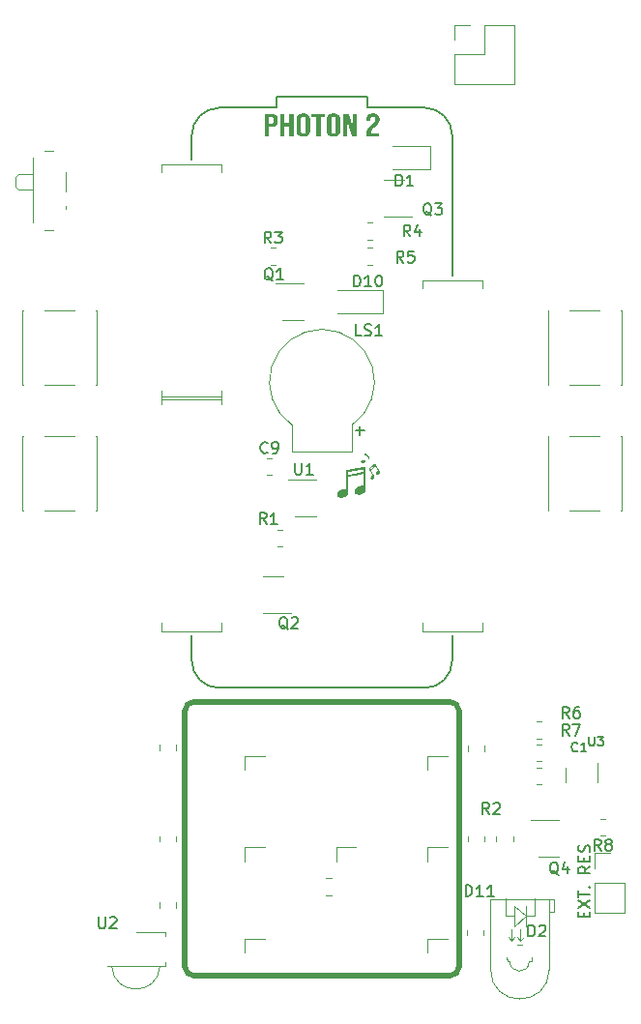
<source format=gto>
G04 #@! TF.GenerationSoftware,KiCad,Pcbnew,7.0.7*
G04 #@! TF.CreationDate,2023-08-28T20:08:12-05:00*
G04 #@! TF.ProjectId,particle-bamf23-badge,70617274-6963-46c6-952d-62616d663233,v0.1*
G04 #@! TF.SameCoordinates,Original*
G04 #@! TF.FileFunction,Legend,Top*
G04 #@! TF.FilePolarity,Positive*
%FSLAX46Y46*%
G04 Gerber Fmt 4.6, Leading zero omitted, Abs format (unit mm)*
G04 Created by KiCad (PCBNEW 7.0.7) date 2023-08-28 20:08:12*
%MOMM*%
%LPD*%
G01*
G04 APERTURE LIST*
%ADD10C,0.150000*%
%ADD11C,0.500000*%
%ADD12C,0.120000*%
%ADD13C,0.100000*%
G04 APERTURE END LIST*
D10*
X115600000Y-106400000D02*
G75*
G03*
X118000000Y-108800000I2400000J0D01*
G01*
X123000000Y-57000000D02*
X131000000Y-57000000D01*
X136000000Y-108800000D02*
G75*
G03*
X138400000Y-106400000I0J2400000D01*
G01*
X115600000Y-60400000D02*
X115600000Y-62500000D01*
X118000000Y-58000000D02*
X123000000Y-58000000D01*
D11*
X138200000Y-134000000D02*
X115800000Y-134000000D01*
X115000000Y-133200000D02*
G75*
G03*
X115800000Y-134000000I800000J0D01*
G01*
D10*
X131000000Y-57000000D02*
X131000000Y-58000000D01*
X138400000Y-60400000D02*
X138400000Y-72700000D01*
X131000000Y-58000000D02*
X136000000Y-58000000D01*
X118000000Y-108800000D02*
X136000000Y-108800000D01*
X118000000Y-58000000D02*
G75*
G03*
X115600000Y-60400000I0J-2400000D01*
G01*
D11*
X139000000Y-110800000D02*
X139000000Y-133200000D01*
X139000000Y-110800000D02*
G75*
G03*
X138200000Y-110000000I-800000J0D01*
G01*
D10*
X138400000Y-60400000D02*
G75*
G03*
X136000000Y-58000000I-2400000J0D01*
G01*
X123000000Y-58000000D02*
X123000000Y-57000000D01*
X138400000Y-106400000D02*
X138400000Y-104200000D01*
D11*
X115800000Y-110000000D02*
G75*
G03*
X115000000Y-110800000I0J-800000D01*
G01*
X115000000Y-133200000D02*
X115000000Y-110800000D01*
X115800000Y-110000000D02*
X138200000Y-110000000D01*
D10*
X115600000Y-104200000D02*
X115600000Y-106400000D01*
D11*
X138200000Y-134000000D02*
G75*
G03*
X139000000Y-133200000I0J800000D01*
G01*
D10*
G36*
X122589336Y-58530904D02*
G01*
X122623742Y-58532341D01*
X122657018Y-58534736D01*
X122689163Y-58538088D01*
X122720178Y-58542399D01*
X122750062Y-58547667D01*
X122778815Y-58553893D01*
X122806438Y-58561078D01*
X122832930Y-58569220D01*
X122858292Y-58578320D01*
X122882523Y-58588378D01*
X122905623Y-58599393D01*
X122927593Y-58611367D01*
X122948433Y-58624298D01*
X122968141Y-58638188D01*
X122986720Y-58653035D01*
X123004170Y-58668808D01*
X123020494Y-58685474D01*
X123035692Y-58703032D01*
X123049765Y-58721484D01*
X123062712Y-58740829D01*
X123074533Y-58761067D01*
X123085228Y-58782198D01*
X123094797Y-58804221D01*
X123103241Y-58827138D01*
X123110558Y-58850948D01*
X123116750Y-58875651D01*
X123121816Y-58901247D01*
X123125757Y-58927736D01*
X123128571Y-58955118D01*
X123130260Y-58983393D01*
X123130823Y-59012561D01*
X123130823Y-59205024D01*
X123130260Y-59234192D01*
X123128571Y-59262467D01*
X123125757Y-59289849D01*
X123121816Y-59316338D01*
X123116750Y-59341933D01*
X123110558Y-59366636D01*
X123103241Y-59390446D01*
X123094797Y-59413363D01*
X123085228Y-59435387D01*
X123074533Y-59456518D01*
X123062712Y-59476756D01*
X123049765Y-59496100D01*
X123035692Y-59514552D01*
X123020494Y-59532111D01*
X123004170Y-59548777D01*
X122986720Y-59564549D01*
X122968141Y-59579397D01*
X122948433Y-59593286D01*
X122927593Y-59606218D01*
X122905623Y-59618191D01*
X122882523Y-59629207D01*
X122858292Y-59639265D01*
X122832930Y-59648365D01*
X122806438Y-59656507D01*
X122778815Y-59663691D01*
X122750062Y-59669917D01*
X122720178Y-59675186D01*
X122689163Y-59679496D01*
X122657018Y-59682849D01*
X122623742Y-59685244D01*
X122589336Y-59686680D01*
X122553799Y-59687159D01*
X122371228Y-59687159D01*
X122371228Y-60500000D01*
X121984103Y-60500000D01*
X121984103Y-58811793D01*
X122371228Y-58811793D01*
X122371228Y-59405792D01*
X122553799Y-59405792D01*
X122582389Y-59404778D01*
X122608623Y-59401737D01*
X122632501Y-59396668D01*
X122658047Y-59387910D01*
X122680200Y-59376232D01*
X122696071Y-59364270D01*
X122712257Y-59346673D01*
X122723187Y-59328913D01*
X122731791Y-59308339D01*
X122738070Y-59284950D01*
X122741419Y-59264212D01*
X122743279Y-59241673D01*
X122743698Y-59223586D01*
X122743698Y-58993998D01*
X122742954Y-58970108D01*
X122740721Y-58948019D01*
X122737000Y-58927732D01*
X122730256Y-58904906D01*
X122721187Y-58884894D01*
X122707233Y-58864595D01*
X122696071Y-58853314D01*
X122676744Y-58839203D01*
X122654025Y-58828012D01*
X122627914Y-58819740D01*
X122603564Y-58815077D01*
X122576859Y-58812442D01*
X122553799Y-58811793D01*
X122371228Y-58811793D01*
X121984103Y-58811793D01*
X121984103Y-58530425D01*
X122553799Y-58530425D01*
X122589336Y-58530904D01*
G37*
G36*
X123334766Y-58530425D02*
G01*
X123721891Y-58530425D01*
X123721891Y-59343265D01*
X124136493Y-59343265D01*
X124136493Y-58530425D01*
X124523618Y-58530425D01*
X124523618Y-60500000D01*
X124136493Y-60500000D01*
X124136493Y-59624633D01*
X123721891Y-59624633D01*
X123721891Y-60500000D01*
X123334766Y-60500000D01*
X123334766Y-58530425D01*
G37*
G36*
X125397101Y-58499670D02*
G01*
X125431171Y-58501192D01*
X125464191Y-58503730D01*
X125496162Y-58507283D01*
X125527084Y-58511851D01*
X125556956Y-58517435D01*
X125585778Y-58524033D01*
X125613551Y-58531646D01*
X125640275Y-58540275D01*
X125665949Y-58549919D01*
X125690574Y-58560578D01*
X125714149Y-58572252D01*
X125736675Y-58584941D01*
X125758151Y-58598645D01*
X125778578Y-58613365D01*
X125797955Y-58629099D01*
X125816292Y-58645759D01*
X125833446Y-58663255D01*
X125849418Y-58681587D01*
X125864206Y-58700754D01*
X125877811Y-58720757D01*
X125890233Y-58741596D01*
X125901472Y-58763271D01*
X125911528Y-58785781D01*
X125920401Y-58809127D01*
X125928090Y-58833309D01*
X125934597Y-58858327D01*
X125939921Y-58884180D01*
X125944062Y-58910870D01*
X125947019Y-58938395D01*
X125948794Y-58966755D01*
X125949385Y-58995952D01*
X125949385Y-60034473D01*
X125948794Y-60063669D01*
X125947019Y-60092030D01*
X125944062Y-60119555D01*
X125939921Y-60146244D01*
X125934597Y-60172098D01*
X125928090Y-60197115D01*
X125920401Y-60221297D01*
X125911528Y-60244644D01*
X125901472Y-60267154D01*
X125890233Y-60288829D01*
X125877811Y-60309668D01*
X125864206Y-60329671D01*
X125849418Y-60348838D01*
X125833446Y-60367170D01*
X125816292Y-60384665D01*
X125797955Y-60401325D01*
X125778578Y-60417060D01*
X125758151Y-60431779D01*
X125736675Y-60445484D01*
X125714149Y-60458173D01*
X125690574Y-60469847D01*
X125665949Y-60480506D01*
X125640275Y-60490150D01*
X125613551Y-60498778D01*
X125585778Y-60506392D01*
X125556956Y-60512990D01*
X125527084Y-60518573D01*
X125496162Y-60523142D01*
X125464191Y-60526694D01*
X125431171Y-60529232D01*
X125397101Y-60530755D01*
X125361981Y-60531263D01*
X125326860Y-60530755D01*
X125292782Y-60529232D01*
X125259750Y-60526694D01*
X125227762Y-60523142D01*
X125196819Y-60518573D01*
X125166921Y-60512990D01*
X125138067Y-60506392D01*
X125110259Y-60498778D01*
X125083494Y-60490150D01*
X125057775Y-60480506D01*
X125033100Y-60469847D01*
X125009470Y-60458173D01*
X124986885Y-60445484D01*
X124965344Y-60431779D01*
X124944848Y-60417060D01*
X124925397Y-60401325D01*
X124907134Y-60384665D01*
X124890049Y-60367170D01*
X124874142Y-60348838D01*
X124859414Y-60329671D01*
X124845863Y-60309668D01*
X124833491Y-60288829D01*
X124822298Y-60267154D01*
X124812282Y-60244644D01*
X124803445Y-60221297D01*
X124795786Y-60197115D01*
X124789306Y-60172098D01*
X124784004Y-60146244D01*
X124779880Y-60119555D01*
X124776934Y-60092030D01*
X124775166Y-60063669D01*
X124774991Y-60054989D01*
X125161702Y-60054989D01*
X125162485Y-60078591D01*
X125164832Y-60100670D01*
X125168743Y-60121227D01*
X125177545Y-60149206D01*
X125189866Y-60173760D01*
X125205709Y-60194887D01*
X125225072Y-60212589D01*
X125247955Y-60226864D01*
X125274359Y-60237713D01*
X125304284Y-60245136D01*
X125337729Y-60249133D01*
X125361981Y-60249895D01*
X125397773Y-60248182D01*
X125430045Y-60243043D01*
X125458796Y-60234477D01*
X125484026Y-60222486D01*
X125505736Y-60207069D01*
X125523926Y-60188225D01*
X125538595Y-60165956D01*
X125549743Y-60140260D01*
X125557371Y-60111139D01*
X125560500Y-60089821D01*
X125562065Y-60066980D01*
X125562260Y-60054989D01*
X125562260Y-58975436D01*
X125561478Y-58951834D01*
X125559131Y-58929755D01*
X125555219Y-58909198D01*
X125546418Y-58881218D01*
X125534096Y-58856665D01*
X125518254Y-58835537D01*
X125498891Y-58817836D01*
X125476007Y-58803561D01*
X125449603Y-58792711D01*
X125419679Y-58785288D01*
X125386234Y-58781291D01*
X125361981Y-58780530D01*
X125326189Y-58782243D01*
X125293918Y-58787382D01*
X125265167Y-58795947D01*
X125239936Y-58807938D01*
X125218226Y-58823356D01*
X125200037Y-58842199D01*
X125185368Y-58864469D01*
X125174220Y-58890164D01*
X125166592Y-58919286D01*
X125163462Y-58940604D01*
X125161898Y-58963444D01*
X125161702Y-58975436D01*
X125161702Y-60054989D01*
X124774991Y-60054989D01*
X124774577Y-60034473D01*
X124774577Y-58995952D01*
X124775166Y-58966755D01*
X124776934Y-58938395D01*
X124779880Y-58910870D01*
X124784004Y-58884180D01*
X124789306Y-58858327D01*
X124795786Y-58833309D01*
X124803445Y-58809127D01*
X124812282Y-58785781D01*
X124822298Y-58763271D01*
X124833491Y-58741596D01*
X124845863Y-58720757D01*
X124859414Y-58700754D01*
X124874142Y-58681587D01*
X124890049Y-58663255D01*
X124907134Y-58645759D01*
X124925397Y-58629099D01*
X124944848Y-58613365D01*
X124965344Y-58598645D01*
X124986885Y-58584941D01*
X125009470Y-58572252D01*
X125033100Y-58560578D01*
X125057775Y-58549919D01*
X125083494Y-58540275D01*
X125110259Y-58531646D01*
X125138067Y-58524033D01*
X125166921Y-58517435D01*
X125196819Y-58511851D01*
X125227762Y-58507283D01*
X125259750Y-58503730D01*
X125292782Y-58501192D01*
X125326860Y-58499670D01*
X125361981Y-58499162D01*
X125397101Y-58499670D01*
G37*
G36*
X126490383Y-58811793D02*
G01*
X126085551Y-58811793D01*
X126085551Y-58530425D01*
X127281730Y-58530425D01*
X127281730Y-58811793D01*
X126876898Y-58811793D01*
X126876898Y-60500000D01*
X126490383Y-60500000D01*
X126490383Y-58811793D01*
G37*
G36*
X128039808Y-58499670D02*
G01*
X128073878Y-58501192D01*
X128106899Y-58503730D01*
X128138870Y-58507283D01*
X128169791Y-58511851D01*
X128199663Y-58517435D01*
X128228486Y-58524033D01*
X128256259Y-58531646D01*
X128282983Y-58540275D01*
X128308657Y-58549919D01*
X128333281Y-58560578D01*
X128356857Y-58572252D01*
X128379382Y-58584941D01*
X128400858Y-58598645D01*
X128421285Y-58613365D01*
X128440662Y-58629099D01*
X128459000Y-58645759D01*
X128476154Y-58663255D01*
X128492125Y-58681587D01*
X128506913Y-58700754D01*
X128520518Y-58720757D01*
X128532940Y-58741596D01*
X128544179Y-58763271D01*
X128554235Y-58785781D01*
X128563108Y-58809127D01*
X128570798Y-58833309D01*
X128577305Y-58858327D01*
X128582629Y-58884180D01*
X128586769Y-58910870D01*
X128589727Y-58938395D01*
X128591501Y-58966755D01*
X128592093Y-58995952D01*
X128592093Y-60034473D01*
X128591501Y-60063669D01*
X128589727Y-60092030D01*
X128586769Y-60119555D01*
X128582629Y-60146244D01*
X128577305Y-60172098D01*
X128570798Y-60197115D01*
X128563108Y-60221297D01*
X128554235Y-60244644D01*
X128544179Y-60267154D01*
X128532940Y-60288829D01*
X128520518Y-60309668D01*
X128506913Y-60329671D01*
X128492125Y-60348838D01*
X128476154Y-60367170D01*
X128459000Y-60384665D01*
X128440662Y-60401325D01*
X128421285Y-60417060D01*
X128400858Y-60431779D01*
X128379382Y-60445484D01*
X128356857Y-60458173D01*
X128333281Y-60469847D01*
X128308657Y-60480506D01*
X128282983Y-60490150D01*
X128256259Y-60498778D01*
X128228486Y-60506392D01*
X128199663Y-60512990D01*
X128169791Y-60518573D01*
X128138870Y-60523142D01*
X128106899Y-60526694D01*
X128073878Y-60529232D01*
X128039808Y-60530755D01*
X128004689Y-60531263D01*
X127969567Y-60530755D01*
X127935490Y-60529232D01*
X127902458Y-60526694D01*
X127870470Y-60523142D01*
X127839527Y-60518573D01*
X127809629Y-60512990D01*
X127780775Y-60506392D01*
X127752966Y-60498778D01*
X127726202Y-60490150D01*
X127700483Y-60480506D01*
X127675808Y-60469847D01*
X127652178Y-60458173D01*
X127629593Y-60445484D01*
X127608052Y-60431779D01*
X127587556Y-60417060D01*
X127568105Y-60401325D01*
X127549842Y-60384665D01*
X127532756Y-60367170D01*
X127516850Y-60348838D01*
X127502121Y-60329671D01*
X127488571Y-60309668D01*
X127476199Y-60288829D01*
X127465005Y-60267154D01*
X127454990Y-60244644D01*
X127446153Y-60221297D01*
X127438494Y-60197115D01*
X127432013Y-60172098D01*
X127426711Y-60146244D01*
X127422587Y-60119555D01*
X127419641Y-60092030D01*
X127417874Y-60063669D01*
X127417699Y-60054989D01*
X127804410Y-60054989D01*
X127805192Y-60078591D01*
X127807539Y-60100670D01*
X127811451Y-60121227D01*
X127820252Y-60149206D01*
X127832574Y-60173760D01*
X127848416Y-60194887D01*
X127867779Y-60212589D01*
X127890663Y-60226864D01*
X127917067Y-60237713D01*
X127946991Y-60245136D01*
X127980436Y-60249133D01*
X128004689Y-60249895D01*
X128040481Y-60248182D01*
X128072753Y-60243043D01*
X128101504Y-60234477D01*
X128126734Y-60222486D01*
X128148444Y-60207069D01*
X128166633Y-60188225D01*
X128181302Y-60165956D01*
X128192451Y-60140260D01*
X128200078Y-60111139D01*
X128203208Y-60089821D01*
X128204773Y-60066980D01*
X128204968Y-60054989D01*
X128204968Y-58975436D01*
X128204186Y-58951834D01*
X128201839Y-58929755D01*
X128197927Y-58909198D01*
X128189126Y-58881218D01*
X128176804Y-58856665D01*
X128160961Y-58835537D01*
X128141599Y-58817836D01*
X128118715Y-58803561D01*
X128092311Y-58792711D01*
X128062387Y-58785288D01*
X128028942Y-58781291D01*
X128004689Y-58780530D01*
X127968897Y-58782243D01*
X127936625Y-58787382D01*
X127907874Y-58795947D01*
X127882644Y-58807938D01*
X127860934Y-58823356D01*
X127842745Y-58842199D01*
X127828076Y-58864469D01*
X127816927Y-58890164D01*
X127809299Y-58919286D01*
X127806170Y-58940604D01*
X127804605Y-58963444D01*
X127804410Y-58975436D01*
X127804410Y-60054989D01*
X127417699Y-60054989D01*
X127417285Y-60034473D01*
X127417285Y-58995952D01*
X127417874Y-58966755D01*
X127419641Y-58938395D01*
X127422587Y-58910870D01*
X127426711Y-58884180D01*
X127432013Y-58858327D01*
X127438494Y-58833309D01*
X127446153Y-58809127D01*
X127454990Y-58785781D01*
X127465005Y-58763271D01*
X127476199Y-58741596D01*
X127488571Y-58720757D01*
X127502121Y-58700754D01*
X127516850Y-58681587D01*
X127532756Y-58663255D01*
X127549842Y-58645759D01*
X127568105Y-58629099D01*
X127587556Y-58613365D01*
X127608052Y-58598645D01*
X127629593Y-58584941D01*
X127652178Y-58572252D01*
X127675808Y-58560578D01*
X127700483Y-58549919D01*
X127726202Y-58540275D01*
X127752966Y-58531646D01*
X127780775Y-58524033D01*
X127809629Y-58517435D01*
X127839527Y-58511851D01*
X127870470Y-58507283D01*
X127902458Y-58503730D01*
X127935490Y-58501192D01*
X127969567Y-58499670D01*
X128004689Y-58499162D01*
X128039808Y-58499670D01*
G37*
G36*
X128844884Y-58530425D02*
G01*
X129330317Y-58530425D01*
X129706451Y-59720376D01*
X129713778Y-59720376D01*
X129713778Y-58530425D01*
X130058161Y-58530425D01*
X130058161Y-60500000D01*
X129660655Y-60500000D01*
X129196594Y-59082414D01*
X129189877Y-59082414D01*
X129189877Y-60500000D01*
X128844884Y-60500000D01*
X128844884Y-58530425D01*
G37*
G36*
X130892250Y-60285554D02*
G01*
X130892579Y-60259411D01*
X130893567Y-60233737D01*
X130895212Y-60208532D01*
X130897517Y-60183797D01*
X130900479Y-60159531D01*
X130904100Y-60135734D01*
X130908379Y-60112407D01*
X130913316Y-60089549D01*
X130918912Y-60067161D01*
X130925166Y-60045242D01*
X130932078Y-60023793D01*
X130939648Y-60002813D01*
X130947877Y-59982302D01*
X130956764Y-59962261D01*
X130966310Y-59942689D01*
X130976514Y-59923586D01*
X130987569Y-59904593D01*
X130999669Y-59885347D01*
X131012814Y-59865850D01*
X131027003Y-59846100D01*
X131042238Y-59826099D01*
X131058516Y-59805846D01*
X131075840Y-59785341D01*
X131094208Y-59764584D01*
X131113621Y-59743576D01*
X131134079Y-59722315D01*
X131155581Y-59700803D01*
X131178129Y-59679038D01*
X131201720Y-59657022D01*
X131226357Y-59634754D01*
X131252038Y-59612234D01*
X131278764Y-59589462D01*
X131305113Y-59566774D01*
X131330427Y-59544506D01*
X131354706Y-59522658D01*
X131377950Y-59501229D01*
X131400158Y-59480221D01*
X131421332Y-59459632D01*
X131441470Y-59439463D01*
X131460573Y-59419713D01*
X131478640Y-59400384D01*
X131495673Y-59381474D01*
X131511670Y-59362984D01*
X131526633Y-59344914D01*
X131540560Y-59327264D01*
X131553452Y-59310033D01*
X131570849Y-59284974D01*
X131576130Y-59276831D01*
X131590861Y-59252374D01*
X131604144Y-59227727D01*
X131615977Y-59202892D01*
X131626362Y-59177867D01*
X131635297Y-59152654D01*
X131642784Y-59127252D01*
X131648821Y-59101661D01*
X131653410Y-59075881D01*
X131656549Y-59049912D01*
X131658240Y-59023754D01*
X131658562Y-59006210D01*
X131658111Y-58983079D01*
X131656759Y-58961313D01*
X131654505Y-58940913D01*
X131650097Y-58915836D01*
X131644086Y-58893186D01*
X131636473Y-58872964D01*
X131624702Y-58851099D01*
X131610427Y-58833026D01*
X131607271Y-58829867D01*
X131590271Y-58815654D01*
X131566800Y-58801778D01*
X131544684Y-58792864D01*
X131520242Y-58786360D01*
X131493474Y-58782264D01*
X131464381Y-58780578D01*
X131458283Y-58780530D01*
X131422491Y-58782243D01*
X131390219Y-58787382D01*
X131361468Y-58795947D01*
X131336238Y-58807938D01*
X131314528Y-58823356D01*
X131296338Y-58842199D01*
X131281669Y-58864469D01*
X131270521Y-58890164D01*
X131262893Y-58919286D01*
X131259764Y-58940604D01*
X131258199Y-58963444D01*
X131258004Y-58975436D01*
X131258004Y-59186950D01*
X130892250Y-59186950D01*
X130892250Y-58995464D01*
X130892825Y-58965920D01*
X130894549Y-58937250D01*
X130897423Y-58909454D01*
X130901447Y-58882532D01*
X130906621Y-58856484D01*
X130912944Y-58831309D01*
X130920417Y-58807009D01*
X130929039Y-58783583D01*
X130938811Y-58761030D01*
X130949733Y-58739352D01*
X130961804Y-58718548D01*
X130975025Y-58698617D01*
X130989396Y-58679560D01*
X131004917Y-58661378D01*
X131021587Y-58644069D01*
X131039406Y-58627634D01*
X131058400Y-58612077D01*
X131078437Y-58597523D01*
X131099520Y-58583974D01*
X131121647Y-58571427D01*
X131144820Y-58559885D01*
X131169036Y-58549346D01*
X131194298Y-58539811D01*
X131220604Y-58531280D01*
X131247955Y-58523752D01*
X131276351Y-58517228D01*
X131305791Y-58511708D01*
X131336276Y-58507192D01*
X131367806Y-58503679D01*
X131400380Y-58501169D01*
X131433999Y-58499664D01*
X131468663Y-58499162D01*
X131503327Y-58499664D01*
X131536946Y-58501169D01*
X131569521Y-58503679D01*
X131601050Y-58507192D01*
X131631535Y-58511708D01*
X131660976Y-58517228D01*
X131689371Y-58523752D01*
X131716722Y-58531280D01*
X131743028Y-58539811D01*
X131768290Y-58549346D01*
X131792507Y-58559885D01*
X131815679Y-58571427D01*
X131837806Y-58583974D01*
X131858889Y-58597523D01*
X131878927Y-58612077D01*
X131897920Y-58627634D01*
X131915814Y-58644069D01*
X131932553Y-58661378D01*
X131948138Y-58679560D01*
X131962568Y-58698617D01*
X131975844Y-58718548D01*
X131987965Y-58739352D01*
X131998932Y-58761030D01*
X132008745Y-58783583D01*
X132017403Y-58807009D01*
X132024907Y-58831309D01*
X132031257Y-58856484D01*
X132036451Y-58882532D01*
X132040492Y-58909454D01*
X132043378Y-58937250D01*
X132045110Y-58965920D01*
X132045687Y-58995464D01*
X132045267Y-59017963D01*
X132044008Y-59040397D01*
X132041909Y-59062766D01*
X132038970Y-59085070D01*
X132035192Y-59107310D01*
X132030574Y-59129484D01*
X132025117Y-59151594D01*
X132018820Y-59173639D01*
X132011684Y-59195619D01*
X132003708Y-59217534D01*
X131994892Y-59239384D01*
X131985237Y-59261169D01*
X131974742Y-59282890D01*
X131963408Y-59304545D01*
X131951234Y-59326136D01*
X131938220Y-59347662D01*
X131924250Y-59369354D01*
X131909054Y-59391442D01*
X131892632Y-59413928D01*
X131874984Y-59436810D01*
X131856110Y-59460090D01*
X131836010Y-59483766D01*
X131814684Y-59507839D01*
X131792132Y-59532309D01*
X131768354Y-59557176D01*
X131743350Y-59582440D01*
X131717121Y-59608101D01*
X131689665Y-59634159D01*
X131660983Y-59660613D01*
X131631075Y-59687465D01*
X131599941Y-59714713D01*
X131567581Y-59742358D01*
X131546423Y-59760463D01*
X131526146Y-59778140D01*
X131506752Y-59795389D01*
X131488241Y-59812212D01*
X131470612Y-59828606D01*
X131453865Y-59844574D01*
X131438002Y-59860114D01*
X131415861Y-59882622D01*
X131395705Y-59904169D01*
X131377535Y-59924754D01*
X131361351Y-59944378D01*
X131347153Y-59963039D01*
X131334940Y-59980739D01*
X131320915Y-60003774D01*
X131308760Y-60027206D01*
X131298475Y-60051035D01*
X131290061Y-60075261D01*
X131283516Y-60099884D01*
X131278841Y-60124904D01*
X131276036Y-60150320D01*
X131275101Y-60176133D01*
X131275101Y-60218632D01*
X132010272Y-60218632D01*
X132010272Y-60500000D01*
X130892250Y-60500000D01*
X130892250Y-60285554D01*
G37*
X149946009Y-128863220D02*
X149946009Y-128529887D01*
X150469819Y-128387030D02*
X150469819Y-128863220D01*
X150469819Y-128863220D02*
X149469819Y-128863220D01*
X149469819Y-128863220D02*
X149469819Y-128387030D01*
X149469819Y-128053696D02*
X150469819Y-127387030D01*
X149469819Y-127387030D02*
X150469819Y-128053696D01*
X149469819Y-127148934D02*
X149469819Y-126577506D01*
X150469819Y-126863220D02*
X149469819Y-126863220D01*
X150374580Y-126244172D02*
X150422200Y-126196553D01*
X150422200Y-126196553D02*
X150469819Y-126244172D01*
X150469819Y-126244172D02*
X150422200Y-126291791D01*
X150422200Y-126291791D02*
X150374580Y-126244172D01*
X150374580Y-126244172D02*
X150469819Y-126244172D01*
X150469819Y-124434649D02*
X149993628Y-124767982D01*
X150469819Y-125006077D02*
X149469819Y-125006077D01*
X149469819Y-125006077D02*
X149469819Y-124625125D01*
X149469819Y-124625125D02*
X149517438Y-124529887D01*
X149517438Y-124529887D02*
X149565057Y-124482268D01*
X149565057Y-124482268D02*
X149660295Y-124434649D01*
X149660295Y-124434649D02*
X149803152Y-124434649D01*
X149803152Y-124434649D02*
X149898390Y-124482268D01*
X149898390Y-124482268D02*
X149946009Y-124529887D01*
X149946009Y-124529887D02*
X149993628Y-124625125D01*
X149993628Y-124625125D02*
X149993628Y-125006077D01*
X149946009Y-124006077D02*
X149946009Y-123672744D01*
X150469819Y-123529887D02*
X150469819Y-124006077D01*
X150469819Y-124006077D02*
X149469819Y-124006077D01*
X149469819Y-124006077D02*
X149469819Y-123529887D01*
X150422200Y-123148934D02*
X150469819Y-123006077D01*
X150469819Y-123006077D02*
X150469819Y-122767982D01*
X150469819Y-122767982D02*
X150422200Y-122672744D01*
X150422200Y-122672744D02*
X150374580Y-122625125D01*
X150374580Y-122625125D02*
X150279342Y-122577506D01*
X150279342Y-122577506D02*
X150184104Y-122577506D01*
X150184104Y-122577506D02*
X150088866Y-122625125D01*
X150088866Y-122625125D02*
X150041247Y-122672744D01*
X150041247Y-122672744D02*
X149993628Y-122767982D01*
X149993628Y-122767982D02*
X149946009Y-122958458D01*
X149946009Y-122958458D02*
X149898390Y-123053696D01*
X149898390Y-123053696D02*
X149850771Y-123101315D01*
X149850771Y-123101315D02*
X149755533Y-123148934D01*
X149755533Y-123148934D02*
X149660295Y-123148934D01*
X149660295Y-123148934D02*
X149565057Y-123101315D01*
X149565057Y-123101315D02*
X149517438Y-123053696D01*
X149517438Y-123053696D02*
X149469819Y-122958458D01*
X149469819Y-122958458D02*
X149469819Y-122720363D01*
X149469819Y-122720363D02*
X149517438Y-122577506D01*
X136604761Y-67450057D02*
X136509523Y-67402438D01*
X136509523Y-67402438D02*
X136414285Y-67307200D01*
X136414285Y-67307200D02*
X136271428Y-67164342D01*
X136271428Y-67164342D02*
X136176190Y-67116723D01*
X136176190Y-67116723D02*
X136080952Y-67116723D01*
X136128571Y-67354819D02*
X136033333Y-67307200D01*
X136033333Y-67307200D02*
X135938095Y-67211961D01*
X135938095Y-67211961D02*
X135890476Y-67021485D01*
X135890476Y-67021485D02*
X135890476Y-66688152D01*
X135890476Y-66688152D02*
X135938095Y-66497676D01*
X135938095Y-66497676D02*
X136033333Y-66402438D01*
X136033333Y-66402438D02*
X136128571Y-66354819D01*
X136128571Y-66354819D02*
X136319047Y-66354819D01*
X136319047Y-66354819D02*
X136414285Y-66402438D01*
X136414285Y-66402438D02*
X136509523Y-66497676D01*
X136509523Y-66497676D02*
X136557142Y-66688152D01*
X136557142Y-66688152D02*
X136557142Y-67021485D01*
X136557142Y-67021485D02*
X136509523Y-67211961D01*
X136509523Y-67211961D02*
X136414285Y-67307200D01*
X136414285Y-67307200D02*
X136319047Y-67354819D01*
X136319047Y-67354819D02*
X136128571Y-67354819D01*
X136890476Y-66354819D02*
X137509523Y-66354819D01*
X137509523Y-66354819D02*
X137176190Y-66735771D01*
X137176190Y-66735771D02*
X137319047Y-66735771D01*
X137319047Y-66735771D02*
X137414285Y-66783390D01*
X137414285Y-66783390D02*
X137461904Y-66831009D01*
X137461904Y-66831009D02*
X137509523Y-66926247D01*
X137509523Y-66926247D02*
X137509523Y-67164342D01*
X137509523Y-67164342D02*
X137461904Y-67259580D01*
X137461904Y-67259580D02*
X137414285Y-67307200D01*
X137414285Y-67307200D02*
X137319047Y-67354819D01*
X137319047Y-67354819D02*
X137033333Y-67354819D01*
X137033333Y-67354819D02*
X136938095Y-67307200D01*
X136938095Y-67307200D02*
X136890476Y-67259580D01*
X145061905Y-130554819D02*
X145061905Y-129554819D01*
X145061905Y-129554819D02*
X145300000Y-129554819D01*
X145300000Y-129554819D02*
X145442857Y-129602438D01*
X145442857Y-129602438D02*
X145538095Y-129697676D01*
X145538095Y-129697676D02*
X145585714Y-129792914D01*
X145585714Y-129792914D02*
X145633333Y-129983390D01*
X145633333Y-129983390D02*
X145633333Y-130126247D01*
X145633333Y-130126247D02*
X145585714Y-130316723D01*
X145585714Y-130316723D02*
X145538095Y-130411961D01*
X145538095Y-130411961D02*
X145442857Y-130507200D01*
X145442857Y-130507200D02*
X145300000Y-130554819D01*
X145300000Y-130554819D02*
X145061905Y-130554819D01*
X146014286Y-129650057D02*
X146061905Y-129602438D01*
X146061905Y-129602438D02*
X146157143Y-129554819D01*
X146157143Y-129554819D02*
X146395238Y-129554819D01*
X146395238Y-129554819D02*
X146490476Y-129602438D01*
X146490476Y-129602438D02*
X146538095Y-129650057D01*
X146538095Y-129650057D02*
X146585714Y-129745295D01*
X146585714Y-129745295D02*
X146585714Y-129840533D01*
X146585714Y-129840533D02*
X146538095Y-129983390D01*
X146538095Y-129983390D02*
X145966667Y-130554819D01*
X145966667Y-130554819D02*
X146585714Y-130554819D01*
X149366667Y-114286104D02*
X149328571Y-114324200D01*
X149328571Y-114324200D02*
X149214286Y-114362295D01*
X149214286Y-114362295D02*
X149138095Y-114362295D01*
X149138095Y-114362295D02*
X149023809Y-114324200D01*
X149023809Y-114324200D02*
X148947619Y-114248009D01*
X148947619Y-114248009D02*
X148909524Y-114171819D01*
X148909524Y-114171819D02*
X148871428Y-114019438D01*
X148871428Y-114019438D02*
X148871428Y-113905152D01*
X148871428Y-113905152D02*
X148909524Y-113752771D01*
X148909524Y-113752771D02*
X148947619Y-113676580D01*
X148947619Y-113676580D02*
X149023809Y-113600390D01*
X149023809Y-113600390D02*
X149138095Y-113562295D01*
X149138095Y-113562295D02*
X149214286Y-113562295D01*
X149214286Y-113562295D02*
X149328571Y-113600390D01*
X149328571Y-113600390D02*
X149366667Y-113638485D01*
X150128571Y-114362295D02*
X149671428Y-114362295D01*
X149900000Y-114362295D02*
X149900000Y-113562295D01*
X149900000Y-113562295D02*
X149823809Y-113676580D01*
X149823809Y-113676580D02*
X149747619Y-113752771D01*
X149747619Y-113752771D02*
X149671428Y-113790866D01*
X122533333Y-69854819D02*
X122200000Y-69378628D01*
X121961905Y-69854819D02*
X121961905Y-68854819D01*
X121961905Y-68854819D02*
X122342857Y-68854819D01*
X122342857Y-68854819D02*
X122438095Y-68902438D01*
X122438095Y-68902438D02*
X122485714Y-68950057D01*
X122485714Y-68950057D02*
X122533333Y-69045295D01*
X122533333Y-69045295D02*
X122533333Y-69188152D01*
X122533333Y-69188152D02*
X122485714Y-69283390D01*
X122485714Y-69283390D02*
X122438095Y-69331009D01*
X122438095Y-69331009D02*
X122342857Y-69378628D01*
X122342857Y-69378628D02*
X121961905Y-69378628D01*
X122866667Y-68854819D02*
X123485714Y-68854819D01*
X123485714Y-68854819D02*
X123152381Y-69235771D01*
X123152381Y-69235771D02*
X123295238Y-69235771D01*
X123295238Y-69235771D02*
X123390476Y-69283390D01*
X123390476Y-69283390D02*
X123438095Y-69331009D01*
X123438095Y-69331009D02*
X123485714Y-69426247D01*
X123485714Y-69426247D02*
X123485714Y-69664342D01*
X123485714Y-69664342D02*
X123438095Y-69759580D01*
X123438095Y-69759580D02*
X123390476Y-69807200D01*
X123390476Y-69807200D02*
X123295238Y-69854819D01*
X123295238Y-69854819D02*
X123009524Y-69854819D01*
X123009524Y-69854819D02*
X122914286Y-69807200D01*
X122914286Y-69807200D02*
X122866667Y-69759580D01*
X150390476Y-113062295D02*
X150390476Y-113709914D01*
X150390476Y-113709914D02*
X150428571Y-113786104D01*
X150428571Y-113786104D02*
X150466666Y-113824200D01*
X150466666Y-113824200D02*
X150542857Y-113862295D01*
X150542857Y-113862295D02*
X150695238Y-113862295D01*
X150695238Y-113862295D02*
X150771428Y-113824200D01*
X150771428Y-113824200D02*
X150809523Y-113786104D01*
X150809523Y-113786104D02*
X150847619Y-113709914D01*
X150847619Y-113709914D02*
X150847619Y-113062295D01*
X151152380Y-113062295D02*
X151647618Y-113062295D01*
X151647618Y-113062295D02*
X151380952Y-113367057D01*
X151380952Y-113367057D02*
X151495237Y-113367057D01*
X151495237Y-113367057D02*
X151571428Y-113405152D01*
X151571428Y-113405152D02*
X151609523Y-113443247D01*
X151609523Y-113443247D02*
X151647618Y-113519438D01*
X151647618Y-113519438D02*
X151647618Y-113709914D01*
X151647618Y-113709914D02*
X151609523Y-113786104D01*
X151609523Y-113786104D02*
X151571428Y-113824200D01*
X151571428Y-113824200D02*
X151495237Y-113862295D01*
X151495237Y-113862295D02*
X151266666Y-113862295D01*
X151266666Y-113862295D02*
X151190475Y-113824200D01*
X151190475Y-113824200D02*
X151152380Y-113786104D01*
X122704761Y-73150057D02*
X122609523Y-73102438D01*
X122609523Y-73102438D02*
X122514285Y-73007200D01*
X122514285Y-73007200D02*
X122371428Y-72864342D01*
X122371428Y-72864342D02*
X122276190Y-72816723D01*
X122276190Y-72816723D02*
X122180952Y-72816723D01*
X122228571Y-73054819D02*
X122133333Y-73007200D01*
X122133333Y-73007200D02*
X122038095Y-72911961D01*
X122038095Y-72911961D02*
X121990476Y-72721485D01*
X121990476Y-72721485D02*
X121990476Y-72388152D01*
X121990476Y-72388152D02*
X122038095Y-72197676D01*
X122038095Y-72197676D02*
X122133333Y-72102438D01*
X122133333Y-72102438D02*
X122228571Y-72054819D01*
X122228571Y-72054819D02*
X122419047Y-72054819D01*
X122419047Y-72054819D02*
X122514285Y-72102438D01*
X122514285Y-72102438D02*
X122609523Y-72197676D01*
X122609523Y-72197676D02*
X122657142Y-72388152D01*
X122657142Y-72388152D02*
X122657142Y-72721485D01*
X122657142Y-72721485D02*
X122609523Y-72911961D01*
X122609523Y-72911961D02*
X122514285Y-73007200D01*
X122514285Y-73007200D02*
X122419047Y-73054819D01*
X122419047Y-73054819D02*
X122228571Y-73054819D01*
X123609523Y-73054819D02*
X123038095Y-73054819D01*
X123323809Y-73054819D02*
X123323809Y-72054819D01*
X123323809Y-72054819D02*
X123228571Y-72197676D01*
X123228571Y-72197676D02*
X123133333Y-72292914D01*
X123133333Y-72292914D02*
X123038095Y-72340533D01*
X147704761Y-125150057D02*
X147609523Y-125102438D01*
X147609523Y-125102438D02*
X147514285Y-125007200D01*
X147514285Y-125007200D02*
X147371428Y-124864342D01*
X147371428Y-124864342D02*
X147276190Y-124816723D01*
X147276190Y-124816723D02*
X147180952Y-124816723D01*
X147228571Y-125054819D02*
X147133333Y-125007200D01*
X147133333Y-125007200D02*
X147038095Y-124911961D01*
X147038095Y-124911961D02*
X146990476Y-124721485D01*
X146990476Y-124721485D02*
X146990476Y-124388152D01*
X146990476Y-124388152D02*
X147038095Y-124197676D01*
X147038095Y-124197676D02*
X147133333Y-124102438D01*
X147133333Y-124102438D02*
X147228571Y-124054819D01*
X147228571Y-124054819D02*
X147419047Y-124054819D01*
X147419047Y-124054819D02*
X147514285Y-124102438D01*
X147514285Y-124102438D02*
X147609523Y-124197676D01*
X147609523Y-124197676D02*
X147657142Y-124388152D01*
X147657142Y-124388152D02*
X147657142Y-124721485D01*
X147657142Y-124721485D02*
X147609523Y-124911961D01*
X147609523Y-124911961D02*
X147514285Y-125007200D01*
X147514285Y-125007200D02*
X147419047Y-125054819D01*
X147419047Y-125054819D02*
X147228571Y-125054819D01*
X148514285Y-124388152D02*
X148514285Y-125054819D01*
X148276190Y-124007200D02*
X148038095Y-124721485D01*
X148038095Y-124721485D02*
X148657142Y-124721485D01*
X130457142Y-77954819D02*
X129980952Y-77954819D01*
X129980952Y-77954819D02*
X129980952Y-76954819D01*
X130742857Y-77907200D02*
X130885714Y-77954819D01*
X130885714Y-77954819D02*
X131123809Y-77954819D01*
X131123809Y-77954819D02*
X131219047Y-77907200D01*
X131219047Y-77907200D02*
X131266666Y-77859580D01*
X131266666Y-77859580D02*
X131314285Y-77764342D01*
X131314285Y-77764342D02*
X131314285Y-77669104D01*
X131314285Y-77669104D02*
X131266666Y-77573866D01*
X131266666Y-77573866D02*
X131219047Y-77526247D01*
X131219047Y-77526247D02*
X131123809Y-77478628D01*
X131123809Y-77478628D02*
X130933333Y-77431009D01*
X130933333Y-77431009D02*
X130838095Y-77383390D01*
X130838095Y-77383390D02*
X130790476Y-77335771D01*
X130790476Y-77335771D02*
X130742857Y-77240533D01*
X130742857Y-77240533D02*
X130742857Y-77145295D01*
X130742857Y-77145295D02*
X130790476Y-77050057D01*
X130790476Y-77050057D02*
X130838095Y-77002438D01*
X130838095Y-77002438D02*
X130933333Y-76954819D01*
X130933333Y-76954819D02*
X131171428Y-76954819D01*
X131171428Y-76954819D02*
X131314285Y-77002438D01*
X132266666Y-77954819D02*
X131695238Y-77954819D01*
X131980952Y-77954819D02*
X131980952Y-76954819D01*
X131980952Y-76954819D02*
X131885714Y-77097676D01*
X131885714Y-77097676D02*
X131790476Y-77192914D01*
X131790476Y-77192914D02*
X131695238Y-77240533D01*
X129919048Y-86253866D02*
X130680953Y-86253866D01*
X130300000Y-86634819D02*
X130300000Y-85872914D01*
X151433333Y-123054819D02*
X151100000Y-122578628D01*
X150861905Y-123054819D02*
X150861905Y-122054819D01*
X150861905Y-122054819D02*
X151242857Y-122054819D01*
X151242857Y-122054819D02*
X151338095Y-122102438D01*
X151338095Y-122102438D02*
X151385714Y-122150057D01*
X151385714Y-122150057D02*
X151433333Y-122245295D01*
X151433333Y-122245295D02*
X151433333Y-122388152D01*
X151433333Y-122388152D02*
X151385714Y-122483390D01*
X151385714Y-122483390D02*
X151338095Y-122531009D01*
X151338095Y-122531009D02*
X151242857Y-122578628D01*
X151242857Y-122578628D02*
X150861905Y-122578628D01*
X152004762Y-122483390D02*
X151909524Y-122435771D01*
X151909524Y-122435771D02*
X151861905Y-122388152D01*
X151861905Y-122388152D02*
X151814286Y-122292914D01*
X151814286Y-122292914D02*
X151814286Y-122245295D01*
X151814286Y-122245295D02*
X151861905Y-122150057D01*
X151861905Y-122150057D02*
X151909524Y-122102438D01*
X151909524Y-122102438D02*
X152004762Y-122054819D01*
X152004762Y-122054819D02*
X152195238Y-122054819D01*
X152195238Y-122054819D02*
X152290476Y-122102438D01*
X152290476Y-122102438D02*
X152338095Y-122150057D01*
X152338095Y-122150057D02*
X152385714Y-122245295D01*
X152385714Y-122245295D02*
X152385714Y-122292914D01*
X152385714Y-122292914D02*
X152338095Y-122388152D01*
X152338095Y-122388152D02*
X152290476Y-122435771D01*
X152290476Y-122435771D02*
X152195238Y-122483390D01*
X152195238Y-122483390D02*
X152004762Y-122483390D01*
X152004762Y-122483390D02*
X151909524Y-122531009D01*
X151909524Y-122531009D02*
X151861905Y-122578628D01*
X151861905Y-122578628D02*
X151814286Y-122673866D01*
X151814286Y-122673866D02*
X151814286Y-122864342D01*
X151814286Y-122864342D02*
X151861905Y-122959580D01*
X151861905Y-122959580D02*
X151909524Y-123007200D01*
X151909524Y-123007200D02*
X152004762Y-123054819D01*
X152004762Y-123054819D02*
X152195238Y-123054819D01*
X152195238Y-123054819D02*
X152290476Y-123007200D01*
X152290476Y-123007200D02*
X152338095Y-122959580D01*
X152338095Y-122959580D02*
X152385714Y-122864342D01*
X152385714Y-122864342D02*
X152385714Y-122673866D01*
X152385714Y-122673866D02*
X152338095Y-122578628D01*
X152338095Y-122578628D02*
X152290476Y-122531009D01*
X152290476Y-122531009D02*
X152195238Y-122483390D01*
X134133333Y-71554819D02*
X133800000Y-71078628D01*
X133561905Y-71554819D02*
X133561905Y-70554819D01*
X133561905Y-70554819D02*
X133942857Y-70554819D01*
X133942857Y-70554819D02*
X134038095Y-70602438D01*
X134038095Y-70602438D02*
X134085714Y-70650057D01*
X134085714Y-70650057D02*
X134133333Y-70745295D01*
X134133333Y-70745295D02*
X134133333Y-70888152D01*
X134133333Y-70888152D02*
X134085714Y-70983390D01*
X134085714Y-70983390D02*
X134038095Y-71031009D01*
X134038095Y-71031009D02*
X133942857Y-71078628D01*
X133942857Y-71078628D02*
X133561905Y-71078628D01*
X135038095Y-70554819D02*
X134561905Y-70554819D01*
X134561905Y-70554819D02*
X134514286Y-71031009D01*
X134514286Y-71031009D02*
X134561905Y-70983390D01*
X134561905Y-70983390D02*
X134657143Y-70935771D01*
X134657143Y-70935771D02*
X134895238Y-70935771D01*
X134895238Y-70935771D02*
X134990476Y-70983390D01*
X134990476Y-70983390D02*
X135038095Y-71031009D01*
X135038095Y-71031009D02*
X135085714Y-71126247D01*
X135085714Y-71126247D02*
X135085714Y-71364342D01*
X135085714Y-71364342D02*
X135038095Y-71459580D01*
X135038095Y-71459580D02*
X134990476Y-71507200D01*
X134990476Y-71507200D02*
X134895238Y-71554819D01*
X134895238Y-71554819D02*
X134657143Y-71554819D01*
X134657143Y-71554819D02*
X134561905Y-71507200D01*
X134561905Y-71507200D02*
X134514286Y-71459580D01*
X107438095Y-128854819D02*
X107438095Y-129664342D01*
X107438095Y-129664342D02*
X107485714Y-129759580D01*
X107485714Y-129759580D02*
X107533333Y-129807200D01*
X107533333Y-129807200D02*
X107628571Y-129854819D01*
X107628571Y-129854819D02*
X107819047Y-129854819D01*
X107819047Y-129854819D02*
X107914285Y-129807200D01*
X107914285Y-129807200D02*
X107961904Y-129759580D01*
X107961904Y-129759580D02*
X108009523Y-129664342D01*
X108009523Y-129664342D02*
X108009523Y-128854819D01*
X108438095Y-128950057D02*
X108485714Y-128902438D01*
X108485714Y-128902438D02*
X108580952Y-128854819D01*
X108580952Y-128854819D02*
X108819047Y-128854819D01*
X108819047Y-128854819D02*
X108914285Y-128902438D01*
X108914285Y-128902438D02*
X108961904Y-128950057D01*
X108961904Y-128950057D02*
X109009523Y-129045295D01*
X109009523Y-129045295D02*
X109009523Y-129140533D01*
X109009523Y-129140533D02*
X108961904Y-129283390D01*
X108961904Y-129283390D02*
X108390476Y-129854819D01*
X108390476Y-129854819D02*
X109009523Y-129854819D01*
X148633333Y-111454819D02*
X148300000Y-110978628D01*
X148061905Y-111454819D02*
X148061905Y-110454819D01*
X148061905Y-110454819D02*
X148442857Y-110454819D01*
X148442857Y-110454819D02*
X148538095Y-110502438D01*
X148538095Y-110502438D02*
X148585714Y-110550057D01*
X148585714Y-110550057D02*
X148633333Y-110645295D01*
X148633333Y-110645295D02*
X148633333Y-110788152D01*
X148633333Y-110788152D02*
X148585714Y-110883390D01*
X148585714Y-110883390D02*
X148538095Y-110931009D01*
X148538095Y-110931009D02*
X148442857Y-110978628D01*
X148442857Y-110978628D02*
X148061905Y-110978628D01*
X149490476Y-110454819D02*
X149300000Y-110454819D01*
X149300000Y-110454819D02*
X149204762Y-110502438D01*
X149204762Y-110502438D02*
X149157143Y-110550057D01*
X149157143Y-110550057D02*
X149061905Y-110692914D01*
X149061905Y-110692914D02*
X149014286Y-110883390D01*
X149014286Y-110883390D02*
X149014286Y-111264342D01*
X149014286Y-111264342D02*
X149061905Y-111359580D01*
X149061905Y-111359580D02*
X149109524Y-111407200D01*
X149109524Y-111407200D02*
X149204762Y-111454819D01*
X149204762Y-111454819D02*
X149395238Y-111454819D01*
X149395238Y-111454819D02*
X149490476Y-111407200D01*
X149490476Y-111407200D02*
X149538095Y-111359580D01*
X149538095Y-111359580D02*
X149585714Y-111264342D01*
X149585714Y-111264342D02*
X149585714Y-111026247D01*
X149585714Y-111026247D02*
X149538095Y-110931009D01*
X149538095Y-110931009D02*
X149490476Y-110883390D01*
X149490476Y-110883390D02*
X149395238Y-110835771D01*
X149395238Y-110835771D02*
X149204762Y-110835771D01*
X149204762Y-110835771D02*
X149109524Y-110883390D01*
X149109524Y-110883390D02*
X149061905Y-110931009D01*
X149061905Y-110931009D02*
X149014286Y-111026247D01*
X122233333Y-88159580D02*
X122185714Y-88207200D01*
X122185714Y-88207200D02*
X122042857Y-88254819D01*
X122042857Y-88254819D02*
X121947619Y-88254819D01*
X121947619Y-88254819D02*
X121804762Y-88207200D01*
X121804762Y-88207200D02*
X121709524Y-88111961D01*
X121709524Y-88111961D02*
X121661905Y-88016723D01*
X121661905Y-88016723D02*
X121614286Y-87826247D01*
X121614286Y-87826247D02*
X121614286Y-87683390D01*
X121614286Y-87683390D02*
X121661905Y-87492914D01*
X121661905Y-87492914D02*
X121709524Y-87397676D01*
X121709524Y-87397676D02*
X121804762Y-87302438D01*
X121804762Y-87302438D02*
X121947619Y-87254819D01*
X121947619Y-87254819D02*
X122042857Y-87254819D01*
X122042857Y-87254819D02*
X122185714Y-87302438D01*
X122185714Y-87302438D02*
X122233333Y-87350057D01*
X122709524Y-88254819D02*
X122900000Y-88254819D01*
X122900000Y-88254819D02*
X122995238Y-88207200D01*
X122995238Y-88207200D02*
X123042857Y-88159580D01*
X123042857Y-88159580D02*
X123138095Y-88016723D01*
X123138095Y-88016723D02*
X123185714Y-87826247D01*
X123185714Y-87826247D02*
X123185714Y-87445295D01*
X123185714Y-87445295D02*
X123138095Y-87350057D01*
X123138095Y-87350057D02*
X123090476Y-87302438D01*
X123090476Y-87302438D02*
X122995238Y-87254819D01*
X122995238Y-87254819D02*
X122804762Y-87254819D01*
X122804762Y-87254819D02*
X122709524Y-87302438D01*
X122709524Y-87302438D02*
X122661905Y-87350057D01*
X122661905Y-87350057D02*
X122614286Y-87445295D01*
X122614286Y-87445295D02*
X122614286Y-87683390D01*
X122614286Y-87683390D02*
X122661905Y-87778628D01*
X122661905Y-87778628D02*
X122709524Y-87826247D01*
X122709524Y-87826247D02*
X122804762Y-87873866D01*
X122804762Y-87873866D02*
X122995238Y-87873866D01*
X122995238Y-87873866D02*
X123090476Y-87826247D01*
X123090476Y-87826247D02*
X123138095Y-87778628D01*
X123138095Y-87778628D02*
X123185714Y-87683390D01*
X141633333Y-119854819D02*
X141300000Y-119378628D01*
X141061905Y-119854819D02*
X141061905Y-118854819D01*
X141061905Y-118854819D02*
X141442857Y-118854819D01*
X141442857Y-118854819D02*
X141538095Y-118902438D01*
X141538095Y-118902438D02*
X141585714Y-118950057D01*
X141585714Y-118950057D02*
X141633333Y-119045295D01*
X141633333Y-119045295D02*
X141633333Y-119188152D01*
X141633333Y-119188152D02*
X141585714Y-119283390D01*
X141585714Y-119283390D02*
X141538095Y-119331009D01*
X141538095Y-119331009D02*
X141442857Y-119378628D01*
X141442857Y-119378628D02*
X141061905Y-119378628D01*
X142014286Y-118950057D02*
X142061905Y-118902438D01*
X142061905Y-118902438D02*
X142157143Y-118854819D01*
X142157143Y-118854819D02*
X142395238Y-118854819D01*
X142395238Y-118854819D02*
X142490476Y-118902438D01*
X142490476Y-118902438D02*
X142538095Y-118950057D01*
X142538095Y-118950057D02*
X142585714Y-119045295D01*
X142585714Y-119045295D02*
X142585714Y-119140533D01*
X142585714Y-119140533D02*
X142538095Y-119283390D01*
X142538095Y-119283390D02*
X141966667Y-119854819D01*
X141966667Y-119854819D02*
X142585714Y-119854819D01*
X124004761Y-103675057D02*
X123909523Y-103627438D01*
X123909523Y-103627438D02*
X123814285Y-103532200D01*
X123814285Y-103532200D02*
X123671428Y-103389342D01*
X123671428Y-103389342D02*
X123576190Y-103341723D01*
X123576190Y-103341723D02*
X123480952Y-103341723D01*
X123528571Y-103579819D02*
X123433333Y-103532200D01*
X123433333Y-103532200D02*
X123338095Y-103436961D01*
X123338095Y-103436961D02*
X123290476Y-103246485D01*
X123290476Y-103246485D02*
X123290476Y-102913152D01*
X123290476Y-102913152D02*
X123338095Y-102722676D01*
X123338095Y-102722676D02*
X123433333Y-102627438D01*
X123433333Y-102627438D02*
X123528571Y-102579819D01*
X123528571Y-102579819D02*
X123719047Y-102579819D01*
X123719047Y-102579819D02*
X123814285Y-102627438D01*
X123814285Y-102627438D02*
X123909523Y-102722676D01*
X123909523Y-102722676D02*
X123957142Y-102913152D01*
X123957142Y-102913152D02*
X123957142Y-103246485D01*
X123957142Y-103246485D02*
X123909523Y-103436961D01*
X123909523Y-103436961D02*
X123814285Y-103532200D01*
X123814285Y-103532200D02*
X123719047Y-103579819D01*
X123719047Y-103579819D02*
X123528571Y-103579819D01*
X124338095Y-102675057D02*
X124385714Y-102627438D01*
X124385714Y-102627438D02*
X124480952Y-102579819D01*
X124480952Y-102579819D02*
X124719047Y-102579819D01*
X124719047Y-102579819D02*
X124814285Y-102627438D01*
X124814285Y-102627438D02*
X124861904Y-102675057D01*
X124861904Y-102675057D02*
X124909523Y-102770295D01*
X124909523Y-102770295D02*
X124909523Y-102865533D01*
X124909523Y-102865533D02*
X124861904Y-103008390D01*
X124861904Y-103008390D02*
X124290476Y-103579819D01*
X124290476Y-103579819D02*
X124909523Y-103579819D01*
X124638095Y-89104819D02*
X124638095Y-89914342D01*
X124638095Y-89914342D02*
X124685714Y-90009580D01*
X124685714Y-90009580D02*
X124733333Y-90057200D01*
X124733333Y-90057200D02*
X124828571Y-90104819D01*
X124828571Y-90104819D02*
X125019047Y-90104819D01*
X125019047Y-90104819D02*
X125114285Y-90057200D01*
X125114285Y-90057200D02*
X125161904Y-90009580D01*
X125161904Y-90009580D02*
X125209523Y-89914342D01*
X125209523Y-89914342D02*
X125209523Y-89104819D01*
X126209523Y-90104819D02*
X125638095Y-90104819D01*
X125923809Y-90104819D02*
X125923809Y-89104819D01*
X125923809Y-89104819D02*
X125828571Y-89247676D01*
X125828571Y-89247676D02*
X125733333Y-89342914D01*
X125733333Y-89342914D02*
X125638095Y-89390533D01*
X122133333Y-94454819D02*
X121800000Y-93978628D01*
X121561905Y-94454819D02*
X121561905Y-93454819D01*
X121561905Y-93454819D02*
X121942857Y-93454819D01*
X121942857Y-93454819D02*
X122038095Y-93502438D01*
X122038095Y-93502438D02*
X122085714Y-93550057D01*
X122085714Y-93550057D02*
X122133333Y-93645295D01*
X122133333Y-93645295D02*
X122133333Y-93788152D01*
X122133333Y-93788152D02*
X122085714Y-93883390D01*
X122085714Y-93883390D02*
X122038095Y-93931009D01*
X122038095Y-93931009D02*
X121942857Y-93978628D01*
X121942857Y-93978628D02*
X121561905Y-93978628D01*
X123085714Y-94454819D02*
X122514286Y-94454819D01*
X122800000Y-94454819D02*
X122800000Y-93454819D01*
X122800000Y-93454819D02*
X122704762Y-93597676D01*
X122704762Y-93597676D02*
X122609524Y-93692914D01*
X122609524Y-93692914D02*
X122514286Y-93740533D01*
X133461905Y-64854819D02*
X133461905Y-63854819D01*
X133461905Y-63854819D02*
X133700000Y-63854819D01*
X133700000Y-63854819D02*
X133842857Y-63902438D01*
X133842857Y-63902438D02*
X133938095Y-63997676D01*
X133938095Y-63997676D02*
X133985714Y-64092914D01*
X133985714Y-64092914D02*
X134033333Y-64283390D01*
X134033333Y-64283390D02*
X134033333Y-64426247D01*
X134033333Y-64426247D02*
X133985714Y-64616723D01*
X133985714Y-64616723D02*
X133938095Y-64711961D01*
X133938095Y-64711961D02*
X133842857Y-64807200D01*
X133842857Y-64807200D02*
X133700000Y-64854819D01*
X133700000Y-64854819D02*
X133461905Y-64854819D01*
X134985714Y-64854819D02*
X134414286Y-64854819D01*
X134700000Y-64854819D02*
X134700000Y-63854819D01*
X134700000Y-63854819D02*
X134604762Y-63997676D01*
X134604762Y-63997676D02*
X134509524Y-64092914D01*
X134509524Y-64092914D02*
X134414286Y-64140533D01*
X139585714Y-127054819D02*
X139585714Y-126054819D01*
X139585714Y-126054819D02*
X139823809Y-126054819D01*
X139823809Y-126054819D02*
X139966666Y-126102438D01*
X139966666Y-126102438D02*
X140061904Y-126197676D01*
X140061904Y-126197676D02*
X140109523Y-126292914D01*
X140109523Y-126292914D02*
X140157142Y-126483390D01*
X140157142Y-126483390D02*
X140157142Y-126626247D01*
X140157142Y-126626247D02*
X140109523Y-126816723D01*
X140109523Y-126816723D02*
X140061904Y-126911961D01*
X140061904Y-126911961D02*
X139966666Y-127007200D01*
X139966666Y-127007200D02*
X139823809Y-127054819D01*
X139823809Y-127054819D02*
X139585714Y-127054819D01*
X141109523Y-127054819D02*
X140538095Y-127054819D01*
X140823809Y-127054819D02*
X140823809Y-126054819D01*
X140823809Y-126054819D02*
X140728571Y-126197676D01*
X140728571Y-126197676D02*
X140633333Y-126292914D01*
X140633333Y-126292914D02*
X140538095Y-126340533D01*
X142061904Y-127054819D02*
X141490476Y-127054819D01*
X141776190Y-127054819D02*
X141776190Y-126054819D01*
X141776190Y-126054819D02*
X141680952Y-126197676D01*
X141680952Y-126197676D02*
X141585714Y-126292914D01*
X141585714Y-126292914D02*
X141490476Y-126340533D01*
X134733333Y-69254819D02*
X134400000Y-68778628D01*
X134161905Y-69254819D02*
X134161905Y-68254819D01*
X134161905Y-68254819D02*
X134542857Y-68254819D01*
X134542857Y-68254819D02*
X134638095Y-68302438D01*
X134638095Y-68302438D02*
X134685714Y-68350057D01*
X134685714Y-68350057D02*
X134733333Y-68445295D01*
X134733333Y-68445295D02*
X134733333Y-68588152D01*
X134733333Y-68588152D02*
X134685714Y-68683390D01*
X134685714Y-68683390D02*
X134638095Y-68731009D01*
X134638095Y-68731009D02*
X134542857Y-68778628D01*
X134542857Y-68778628D02*
X134161905Y-68778628D01*
X135590476Y-68588152D02*
X135590476Y-69254819D01*
X135352381Y-68207200D02*
X135114286Y-68921485D01*
X135114286Y-68921485D02*
X135733333Y-68921485D01*
X148633333Y-112954819D02*
X148300000Y-112478628D01*
X148061905Y-112954819D02*
X148061905Y-111954819D01*
X148061905Y-111954819D02*
X148442857Y-111954819D01*
X148442857Y-111954819D02*
X148538095Y-112002438D01*
X148538095Y-112002438D02*
X148585714Y-112050057D01*
X148585714Y-112050057D02*
X148633333Y-112145295D01*
X148633333Y-112145295D02*
X148633333Y-112288152D01*
X148633333Y-112288152D02*
X148585714Y-112383390D01*
X148585714Y-112383390D02*
X148538095Y-112431009D01*
X148538095Y-112431009D02*
X148442857Y-112478628D01*
X148442857Y-112478628D02*
X148061905Y-112478628D01*
X148966667Y-111954819D02*
X149633333Y-111954819D01*
X149633333Y-111954819D02*
X149204762Y-112954819D01*
X129785714Y-73654819D02*
X129785714Y-72654819D01*
X129785714Y-72654819D02*
X130023809Y-72654819D01*
X130023809Y-72654819D02*
X130166666Y-72702438D01*
X130166666Y-72702438D02*
X130261904Y-72797676D01*
X130261904Y-72797676D02*
X130309523Y-72892914D01*
X130309523Y-72892914D02*
X130357142Y-73083390D01*
X130357142Y-73083390D02*
X130357142Y-73226247D01*
X130357142Y-73226247D02*
X130309523Y-73416723D01*
X130309523Y-73416723D02*
X130261904Y-73511961D01*
X130261904Y-73511961D02*
X130166666Y-73607200D01*
X130166666Y-73607200D02*
X130023809Y-73654819D01*
X130023809Y-73654819D02*
X129785714Y-73654819D01*
X131309523Y-73654819D02*
X130738095Y-73654819D01*
X131023809Y-73654819D02*
X131023809Y-72654819D01*
X131023809Y-72654819D02*
X130928571Y-72797676D01*
X130928571Y-72797676D02*
X130833333Y-72892914D01*
X130833333Y-72892914D02*
X130738095Y-72940533D01*
X131928571Y-72654819D02*
X132023809Y-72654819D01*
X132023809Y-72654819D02*
X132119047Y-72702438D01*
X132119047Y-72702438D02*
X132166666Y-72750057D01*
X132166666Y-72750057D02*
X132214285Y-72845295D01*
X132214285Y-72845295D02*
X132261904Y-73035771D01*
X132261904Y-73035771D02*
X132261904Y-73273866D01*
X132261904Y-73273866D02*
X132214285Y-73464342D01*
X132214285Y-73464342D02*
X132166666Y-73559580D01*
X132166666Y-73559580D02*
X132119047Y-73607200D01*
X132119047Y-73607200D02*
X132023809Y-73654819D01*
X132023809Y-73654819D02*
X131928571Y-73654819D01*
X131928571Y-73654819D02*
X131833333Y-73607200D01*
X131833333Y-73607200D02*
X131785714Y-73559580D01*
X131785714Y-73559580D02*
X131738095Y-73464342D01*
X131738095Y-73464342D02*
X131690476Y-73273866D01*
X131690476Y-73273866D02*
X131690476Y-73035771D01*
X131690476Y-73035771D02*
X131738095Y-72845295D01*
X131738095Y-72845295D02*
X131785714Y-72750057D01*
X131785714Y-72750057D02*
X131833333Y-72702438D01*
X131833333Y-72702438D02*
X131928571Y-72654819D01*
D12*
X134200000Y-64290000D02*
X132400000Y-64290000D01*
X132400000Y-67510000D02*
X134850000Y-67510000D01*
X141235000Y-113872936D02*
X141235000Y-114327064D01*
X139765000Y-113872936D02*
X139765000Y-114327064D01*
D13*
X145400000Y-132350000D02*
X145350000Y-132750000D01*
X145350000Y-132750000D02*
X145150000Y-132750000D01*
D12*
X144525000Y-131250000D02*
X144075000Y-131250000D01*
D13*
X143450000Y-132750000D02*
X143250000Y-132750000D01*
X143250000Y-132750000D02*
X143200000Y-132350000D01*
X143450000Y-132750000D02*
G75*
G03*
X145150000Y-132750000I850000J0D01*
G01*
D12*
X114235000Y-121772936D02*
X114235000Y-122227064D01*
X112765000Y-121772936D02*
X112765000Y-122227064D01*
X107230000Y-86770000D02*
X107230000Y-93230000D01*
X107200000Y-86770000D02*
X107230000Y-86770000D01*
X105300000Y-86770000D02*
X102700000Y-86770000D01*
X100770000Y-86770000D02*
X100800000Y-86770000D01*
X100770000Y-86770000D02*
X100770000Y-93230000D01*
X107230000Y-93230000D02*
X107200000Y-93230000D01*
X105300000Y-93230000D02*
X102700000Y-93230000D01*
X100770000Y-93230000D02*
X100800000Y-93230000D01*
X136250000Y-114750000D02*
X138000000Y-114750000D01*
X136250000Y-116000000D02*
X136250000Y-114750000D01*
X146227064Y-117235000D02*
X145772936Y-117235000D01*
X146227064Y-115765000D02*
X145772936Y-115765000D01*
X122927064Y-71735000D02*
X122472936Y-71735000D01*
X122927064Y-70265000D02*
X122472936Y-70265000D01*
X151160000Y-115360000D02*
X151160000Y-117100000D01*
X148340000Y-115800000D02*
X148340000Y-117100000D01*
X123550000Y-76610000D02*
X125350000Y-76610000D01*
X125350000Y-73390000D02*
X122900000Y-73390000D01*
X145950000Y-123610000D02*
X147750000Y-123610000D01*
X147750000Y-120390000D02*
X145300000Y-120390000D01*
X103500000Y-61778885D02*
X102710000Y-61778885D01*
X101700000Y-62378885D02*
X101700000Y-68078885D01*
X104550000Y-63628885D02*
X104550000Y-65328885D01*
X101700000Y-63828885D02*
X100410000Y-63828885D01*
X100410000Y-63828885D02*
X100200000Y-64028885D01*
X100200000Y-64028885D02*
X100200000Y-64928885D01*
X100410000Y-65128885D02*
X100200000Y-64928885D01*
X100410000Y-65128885D02*
X101700000Y-65128885D01*
X104550000Y-66628885D02*
X104550000Y-66828885D01*
X102710000Y-68678885D02*
X103500000Y-68678885D01*
X112920000Y-62960000D02*
X118220000Y-62960000D01*
X112920000Y-63660000D02*
X112920000Y-62960000D01*
X112920000Y-82800000D02*
X112920000Y-83500000D01*
X112920000Y-83500000D02*
X118220000Y-83500000D01*
X118220000Y-62960000D02*
X118220000Y-63660000D01*
X118220000Y-83500000D02*
X118220000Y-82800000D01*
X129608494Y-85794173D02*
X129600000Y-88100000D01*
X129600000Y-88100000D02*
X124400000Y-88100000D01*
X124400000Y-88100000D02*
X124400000Y-85799999D01*
X129608494Y-85794172D02*
G75*
G03*
X124400001Y-85799998I-2608494J3794172D01*
G01*
X151372936Y-120265000D02*
X151827064Y-120265000D01*
X151372936Y-121735000D02*
X151827064Y-121735000D01*
X130972936Y-70265000D02*
X131427064Y-70265000D01*
X130972936Y-71735000D02*
X131427064Y-71735000D01*
X113300000Y-130165000D02*
X110700000Y-130165000D01*
X113300000Y-130515000D02*
X113300000Y-130165000D01*
X113300000Y-132835000D02*
X113300000Y-133175000D01*
X113300000Y-133175000D02*
X108210000Y-133175000D01*
X108600084Y-133176736D02*
G75*
G03*
X112799999Y-133175000I2099916J101736D01*
G01*
G36*
X130764477Y-88244933D02*
G01*
X130805052Y-88257445D01*
X130851656Y-88276575D01*
X130893430Y-88297075D01*
X130970621Y-88345978D01*
X131036310Y-88405340D01*
X131090269Y-88474799D01*
X131132271Y-88553995D01*
X131162087Y-88642567D01*
X131179492Y-88740155D01*
X131180753Y-88752645D01*
X131182872Y-88780067D01*
X131183604Y-88800184D01*
X131182825Y-88809144D01*
X131182592Y-88809289D01*
X131177723Y-88802841D01*
X131167687Y-88785638D01*
X131154325Y-88760894D01*
X131148743Y-88750154D01*
X131100899Y-88669984D01*
X131046176Y-88601354D01*
X130985586Y-88545100D01*
X130920139Y-88502056D01*
X130850846Y-88473059D01*
X130799095Y-88461340D01*
X130761432Y-88455765D01*
X130763262Y-88718107D01*
X130765091Y-88980448D01*
X130743893Y-89012481D01*
X130717399Y-89042560D01*
X130681408Y-89070303D01*
X130641931Y-89091468D01*
X130622170Y-89098423D01*
X130578032Y-89105305D01*
X130531722Y-89103619D01*
X130490407Y-89093755D01*
X130483381Y-89090839D01*
X130449153Y-89067951D01*
X130427561Y-89037440D01*
X130419128Y-89001554D01*
X130424376Y-88962540D01*
X130443828Y-88922647D01*
X130444155Y-88922164D01*
X130476279Y-88886960D01*
X130518127Y-88858562D01*
X130565494Y-88838715D01*
X130614178Y-88829162D01*
X130659976Y-88831646D01*
X130661548Y-88831989D01*
X130692217Y-88838880D01*
X130692217Y-88551269D01*
X130692343Y-88485346D01*
X130692699Y-88424075D01*
X130693258Y-88369281D01*
X130693991Y-88322787D01*
X130694868Y-88286417D01*
X130695862Y-88261996D01*
X130696942Y-88251348D01*
X130696960Y-88251300D01*
X130708628Y-88241440D01*
X130731735Y-88239458D01*
X130764477Y-88244933D01*
G37*
G36*
X131656056Y-89151154D02*
G01*
X131664085Y-89159824D01*
X131679411Y-89181583D01*
X131701695Y-89215884D01*
X131730598Y-89262181D01*
X131765783Y-89319931D01*
X131806910Y-89388586D01*
X131853642Y-89467601D01*
X131875920Y-89505557D01*
X132079021Y-89852322D01*
X132078475Y-89899372D01*
X132070381Y-89952034D01*
X132048566Y-90003041D01*
X132014899Y-90049700D01*
X131971252Y-90089317D01*
X131928777Y-90114927D01*
X131901714Y-90125318D01*
X131873781Y-90128968D01*
X131848016Y-90128132D01*
X131819166Y-90124773D01*
X131799245Y-90118034D01*
X131781572Y-90105210D01*
X131774077Y-90098200D01*
X131747175Y-90062077D01*
X131734565Y-90019935D01*
X131736278Y-89972146D01*
X131752347Y-89919079D01*
X131757706Y-89906959D01*
X131777391Y-89873915D01*
X131804210Y-89841347D01*
X131835012Y-89811999D01*
X131866649Y-89788613D01*
X131895970Y-89773933D01*
X131914638Y-89770286D01*
X131925240Y-89766619D01*
X131926668Y-89763352D01*
X131922914Y-89755184D01*
X131912484Y-89735887D01*
X131896628Y-89707597D01*
X131876592Y-89672454D01*
X131853628Y-89632596D01*
X131828982Y-89590160D01*
X131803905Y-89547286D01*
X131779644Y-89506111D01*
X131757448Y-89468774D01*
X131738566Y-89437413D01*
X131724247Y-89414166D01*
X131715740Y-89401171D01*
X131713989Y-89399169D01*
X131706569Y-89404184D01*
X131689393Y-89418247D01*
X131664092Y-89439890D01*
X131632298Y-89467641D01*
X131595641Y-89500030D01*
X131555752Y-89535587D01*
X131514262Y-89572842D01*
X131472801Y-89610324D01*
X131433002Y-89646563D01*
X131396494Y-89680089D01*
X131364909Y-89709432D01*
X131339877Y-89733120D01*
X131323030Y-89749684D01*
X131315998Y-89757654D01*
X131315898Y-89758056D01*
X131319932Y-89766508D01*
X131329775Y-89784462D01*
X131345772Y-89812509D01*
X131368268Y-89851238D01*
X131397605Y-89901241D01*
X131434130Y-89963109D01*
X131478185Y-90037430D01*
X131506678Y-90085391D01*
X131608076Y-90255957D01*
X131604978Y-90304155D01*
X131594389Y-90361383D01*
X131569879Y-90413018D01*
X131534163Y-90457257D01*
X131494094Y-90490595D01*
X131450552Y-90513875D01*
X131406348Y-90526409D01*
X131364290Y-90527505D01*
X131327187Y-90516474D01*
X131317252Y-90510566D01*
X131287392Y-90481460D01*
X131269285Y-90444528D01*
X131262780Y-90402064D01*
X131267722Y-90356361D01*
X131283960Y-90309713D01*
X131311340Y-90264414D01*
X131335533Y-90236274D01*
X131363731Y-90211081D01*
X131393575Y-90190081D01*
X131412935Y-90179996D01*
X131433969Y-90170524D01*
X131447421Y-90162785D01*
X131450047Y-90159896D01*
X131446223Y-90152303D01*
X131435296Y-90132702D01*
X131418102Y-90102543D01*
X131395478Y-90063278D01*
X131368262Y-90016356D01*
X131337290Y-89963227D01*
X131303399Y-89905343D01*
X131290008Y-89882535D01*
X131251202Y-89816004D01*
X131216618Y-89755736D01*
X131186910Y-89702919D01*
X131162726Y-89658745D01*
X131144720Y-89624401D01*
X131135547Y-89605259D01*
X131225113Y-89605259D01*
X131229957Y-89614241D01*
X131240175Y-89632434D01*
X131250711Y-89650923D01*
X131274015Y-89691595D01*
X131293682Y-89673716D01*
X131304574Y-89664010D01*
X131325517Y-89645524D01*
X131354799Y-89619762D01*
X131390707Y-89588230D01*
X131431530Y-89552431D01*
X131475553Y-89513872D01*
X131481328Y-89508817D01*
X131525333Y-89470270D01*
X131566074Y-89434520D01*
X131601901Y-89403020D01*
X131631162Y-89377224D01*
X131652204Y-89358588D01*
X131663377Y-89348566D01*
X131664090Y-89347904D01*
X131672099Y-89339288D01*
X131674003Y-89330821D01*
X131669185Y-89317964D01*
X131657087Y-89296274D01*
X131644760Y-89275111D01*
X131635891Y-89260238D01*
X131633055Y-89255797D01*
X131626686Y-89259774D01*
X131610213Y-89272629D01*
X131585286Y-89292948D01*
X131553558Y-89319314D01*
X131516681Y-89350313D01*
X131476306Y-89384529D01*
X131434086Y-89420548D01*
X131391672Y-89456955D01*
X131350716Y-89492334D01*
X131312870Y-89525270D01*
X131279787Y-89554349D01*
X131253117Y-89578155D01*
X131234512Y-89595273D01*
X131225626Y-89604288D01*
X131225113Y-89605259D01*
X131135547Y-89605259D01*
X131133543Y-89601078D01*
X131129842Y-89590134D01*
X131131507Y-89583616D01*
X131137226Y-89574563D01*
X131147999Y-89562039D01*
X131164826Y-89545113D01*
X131188708Y-89522849D01*
X131220646Y-89494315D01*
X131261640Y-89458576D01*
X131312691Y-89414700D01*
X131372676Y-89363557D01*
X131425665Y-89318575D01*
X131475243Y-89276642D01*
X131520084Y-89238867D01*
X131558860Y-89206363D01*
X131590246Y-89180240D01*
X131612915Y-89161609D01*
X131625540Y-89151579D01*
X131627451Y-89150241D01*
X131644384Y-89147885D01*
X131656056Y-89151154D01*
G37*
G36*
X130768515Y-89438576D02*
G01*
X130790651Y-89453688D01*
X130808652Y-89470887D01*
X130810596Y-89473392D01*
X130812668Y-89476791D01*
X130814530Y-89481514D01*
X130816192Y-89488376D01*
X130817668Y-89498192D01*
X130818969Y-89511776D01*
X130820106Y-89529941D01*
X130821093Y-89553503D01*
X130821941Y-89583276D01*
X130822661Y-89620074D01*
X130823267Y-89664711D01*
X130823769Y-89718002D01*
X130824180Y-89780761D01*
X130824512Y-89853802D01*
X130824777Y-89937939D01*
X130824986Y-90033988D01*
X130825152Y-90142761D01*
X130825287Y-90265074D01*
X130825402Y-90401741D01*
X130825463Y-90485201D01*
X130825586Y-90632642D01*
X130825709Y-90765297D01*
X130825794Y-90884008D01*
X130825801Y-90989615D01*
X130825693Y-91082957D01*
X130825429Y-91164877D01*
X130824972Y-91236214D01*
X130824281Y-91297808D01*
X130823319Y-91350501D01*
X130822045Y-91395132D01*
X130820422Y-91432543D01*
X130818410Y-91463574D01*
X130815970Y-91489065D01*
X130813063Y-91509858D01*
X130809651Y-91526791D01*
X130805694Y-91540707D01*
X130801153Y-91552445D01*
X130795990Y-91562847D01*
X130790165Y-91572751D01*
X130783640Y-91583000D01*
X130776375Y-91594434D01*
X130773862Y-91598523D01*
X130723573Y-91666712D01*
X130660712Y-91727651D01*
X130587096Y-91780186D01*
X130504539Y-91823165D01*
X130414857Y-91855434D01*
X130343057Y-91872086D01*
X130289551Y-91877893D01*
X130229038Y-91878403D01*
X130167615Y-91873965D01*
X130111384Y-91864929D01*
X130081633Y-91857116D01*
X130015264Y-91829055D01*
X129958714Y-91791067D01*
X129912916Y-91744685D01*
X129878805Y-91691442D01*
X129857315Y-91632872D01*
X129849379Y-91570509D01*
X129855932Y-91505885D01*
X129859276Y-91492020D01*
X129882417Y-91430505D01*
X129918123Y-91368456D01*
X129963842Y-91309281D01*
X130017020Y-91256389D01*
X130061536Y-91222027D01*
X130149146Y-91171063D01*
X130240696Y-91133968D01*
X130334636Y-91111014D01*
X130429417Y-91102475D01*
X130523488Y-91108623D01*
X130604321Y-91126361D01*
X130621900Y-91131567D01*
X130621900Y-90599373D01*
X130621850Y-90491848D01*
X130621686Y-90399000D01*
X130621392Y-90319879D01*
X130620949Y-90253537D01*
X130620339Y-90199025D01*
X130619545Y-90155393D01*
X130618548Y-90121693D01*
X130617332Y-90096976D01*
X130615877Y-90080292D01*
X130614166Y-90070692D01*
X130612182Y-90067228D01*
X130611883Y-90067179D01*
X130601879Y-90068625D01*
X130578585Y-90072708D01*
X130544043Y-90079050D01*
X130500293Y-90087268D01*
X130449378Y-90096984D01*
X130393339Y-90107816D01*
X130383353Y-90109759D01*
X130332191Y-90119727D01*
X130268156Y-90132201D01*
X130193714Y-90146699D01*
X130111330Y-90162742D01*
X130023469Y-90179851D01*
X129932597Y-90197544D01*
X129841179Y-90215342D01*
X129751680Y-90232765D01*
X129733174Y-90236367D01*
X129301507Y-90320395D01*
X129301507Y-90948792D01*
X129301590Y-91077416D01*
X129301843Y-91191000D01*
X129302276Y-91290129D01*
X129302896Y-91375390D01*
X129303710Y-91447367D01*
X129304727Y-91506646D01*
X129305955Y-91553812D01*
X129307401Y-91589451D01*
X129309074Y-91614147D01*
X129310684Y-91626998D01*
X129314724Y-91690714D01*
X129304381Y-91754985D01*
X129280787Y-91818501D01*
X129245071Y-91879949D01*
X129198366Y-91938020D01*
X129141803Y-91991401D01*
X129076513Y-92038783D01*
X129003627Y-92078853D01*
X128924276Y-92110300D01*
X128883512Y-92122130D01*
X128832189Y-92132453D01*
X128775453Y-92139229D01*
X128718821Y-92142116D01*
X128667813Y-92140769D01*
X128639336Y-92137294D01*
X128560666Y-92116777D01*
X128492909Y-92086204D01*
X128436539Y-92046832D01*
X128392032Y-91999916D01*
X128359863Y-91946712D01*
X128340506Y-91888478D01*
X128334438Y-91826468D01*
X128342132Y-91761938D01*
X128364065Y-91696146D01*
X128400711Y-91630347D01*
X128431956Y-91588990D01*
X128496217Y-91523952D01*
X128570519Y-91468882D01*
X128652581Y-91424577D01*
X128740120Y-91391838D01*
X128830854Y-91371464D01*
X128922502Y-91364255D01*
X129012781Y-91371011D01*
X129039769Y-91375989D01*
X129066810Y-91381663D01*
X129086971Y-91385793D01*
X129096243Y-91387558D01*
X129096413Y-91387573D01*
X129096682Y-91379931D01*
X129096941Y-91357693D01*
X129097187Y-91321888D01*
X129097417Y-91273545D01*
X129097629Y-91213694D01*
X129097821Y-91143364D01*
X129097990Y-91063585D01*
X129098133Y-90975385D01*
X129098248Y-90879795D01*
X129098332Y-90777844D01*
X129098383Y-90670561D01*
X129098398Y-90580882D01*
X129098410Y-90450930D01*
X129098446Y-90335688D01*
X129098523Y-90234241D01*
X129098655Y-90147100D01*
X129301121Y-90147100D01*
X129318893Y-90143086D01*
X129331604Y-90140457D01*
X129357143Y-90135366D01*
X129392994Y-90128307D01*
X129436643Y-90119774D01*
X129485574Y-90110263D01*
X129504644Y-90106569D01*
X129543639Y-90099014D01*
X129595965Y-90088858D01*
X129659618Y-90076492D01*
X129732593Y-90062306D01*
X129812884Y-90046690D01*
X129898486Y-90030035D01*
X129987395Y-90012729D01*
X130077604Y-89995163D01*
X130145309Y-89981974D01*
X130617994Y-89889882D01*
X130620151Y-89771486D01*
X130620726Y-89724098D01*
X130620372Y-89690463D01*
X130618964Y-89668731D01*
X130616381Y-89657048D01*
X130612500Y-89653565D01*
X130612338Y-89653569D01*
X130603291Y-89654975D01*
X130580004Y-89658913D01*
X130543621Y-89665181D01*
X130495288Y-89673579D01*
X130436148Y-89683907D01*
X130367348Y-89695964D01*
X130290031Y-89709549D01*
X130205342Y-89724462D01*
X130114427Y-89740503D01*
X130018430Y-89757471D01*
X129953891Y-89768895D01*
X129305413Y-89883743D01*
X129303267Y-90015421D01*
X129301121Y-90147100D01*
X129098655Y-90147100D01*
X129098657Y-90145673D01*
X129098867Y-90069069D01*
X129099168Y-90003514D01*
X129099577Y-89948092D01*
X129100111Y-89901888D01*
X129100787Y-89863985D01*
X129101621Y-89833469D01*
X129102631Y-89809425D01*
X129103833Y-89790935D01*
X129105244Y-89777086D01*
X129106881Y-89766962D01*
X129108761Y-89759647D01*
X129110899Y-89754225D01*
X129113314Y-89749781D01*
X129113651Y-89749224D01*
X129128988Y-89728913D01*
X129145674Y-89713314D01*
X129146827Y-89712532D01*
X129157292Y-89709351D01*
X129182397Y-89703680D01*
X129221382Y-89695660D01*
X129273483Y-89685434D01*
X129337941Y-89673144D01*
X129413992Y-89658931D01*
X129500875Y-89642940D01*
X129597828Y-89625311D01*
X129704090Y-89606187D01*
X129818899Y-89585710D01*
X129941493Y-89564022D01*
X129952691Y-89562049D01*
X130740603Y-89423292D01*
X130768515Y-89438576D01*
G37*
X150870000Y-123270000D02*
X152200000Y-123270000D01*
X150870000Y-124600000D02*
X150870000Y-123270000D01*
X150870000Y-125870000D02*
X150870000Y-128470000D01*
X150870000Y-125870000D02*
X153530000Y-125870000D01*
X150870000Y-128470000D02*
X153530000Y-128470000D01*
X153530000Y-125870000D02*
X153530000Y-128470000D01*
X141135000Y-129972936D02*
X141135000Y-130427064D01*
X139665000Y-129972936D02*
X139665000Y-130427064D01*
X127372936Y-125465000D02*
X127827064Y-125465000D01*
X127372936Y-126935000D02*
X127827064Y-126935000D01*
X146227064Y-113235000D02*
X145772936Y-113235000D01*
X146227064Y-111765000D02*
X145772936Y-111765000D01*
X122627064Y-90135000D02*
X122172936Y-90135000D01*
X122627064Y-88665000D02*
X122172936Y-88665000D01*
X114235000Y-113772936D02*
X114235000Y-114227064D01*
X112765000Y-113772936D02*
X112765000Y-114227064D01*
X112920000Y-83280000D02*
X118220000Y-83280000D01*
X112920000Y-83980000D02*
X112920000Y-83280000D01*
X112920000Y-103120000D02*
X112920000Y-103820000D01*
X112920000Y-103820000D02*
X118220000Y-103820000D01*
X118220000Y-83280000D02*
X118220000Y-83980000D01*
X118220000Y-103820000D02*
X118220000Y-103120000D01*
X135780000Y-73120000D02*
X141080000Y-73120000D01*
X135780000Y-73820000D02*
X135780000Y-73120000D01*
X135780000Y-103120000D02*
X135780000Y-103820000D01*
X135780000Y-103820000D02*
X141080000Y-103820000D01*
X141080000Y-73120000D02*
X141080000Y-73820000D01*
X141080000Y-103820000D02*
X141080000Y-103120000D01*
X107230000Y-75770000D02*
X107230000Y-82230000D01*
X107200000Y-75770000D02*
X107230000Y-75770000D01*
X105300000Y-75770000D02*
X102700000Y-75770000D01*
X100770000Y-75770000D02*
X100800000Y-75770000D01*
X100770000Y-75770000D02*
X100770000Y-82230000D01*
X107230000Y-82230000D02*
X107200000Y-82230000D01*
X105300000Y-82230000D02*
X102700000Y-82230000D01*
X100770000Y-82230000D02*
X100800000Y-82230000D01*
X138630000Y-50730000D02*
X139960000Y-50730000D01*
X138630000Y-52060000D02*
X138630000Y-50730000D01*
X138630000Y-53330000D02*
X138630000Y-55930000D01*
X138630000Y-53330000D02*
X141230000Y-53330000D01*
X138630000Y-55930000D02*
X143830000Y-55930000D01*
X141230000Y-50730000D02*
X143830000Y-50730000D01*
X141230000Y-53330000D02*
X141230000Y-50730000D01*
X143830000Y-50730000D02*
X143830000Y-55930000D01*
X142265000Y-122227064D02*
X142265000Y-121772936D01*
X143735000Y-122227064D02*
X143735000Y-121772936D01*
X120250000Y-130750000D02*
X122000000Y-130750000D01*
X120250000Y-132000000D02*
X120250000Y-130750000D01*
X146770000Y-82230000D02*
X146770000Y-75770000D01*
X146800000Y-82230000D02*
X146770000Y-82230000D01*
X148700000Y-82230000D02*
X151300000Y-82230000D01*
X153230000Y-82230000D02*
X153200000Y-82230000D01*
X153230000Y-82230000D02*
X153230000Y-75770000D01*
X146770000Y-75770000D02*
X146800000Y-75770000D01*
X148700000Y-75770000D02*
X151300000Y-75770000D01*
X153230000Y-75770000D02*
X153200000Y-75770000D01*
X123600000Y-99015000D02*
X121800000Y-99015000D01*
X121800000Y-102235000D02*
X124250000Y-102235000D01*
X124650000Y-93810000D02*
X126450000Y-93810000D01*
X126450000Y-90590000D02*
X124000000Y-90590000D01*
X112765000Y-128027064D02*
X112765000Y-127572936D01*
X114235000Y-128027064D02*
X114235000Y-127572936D01*
X123072936Y-94965000D02*
X123527064Y-94965000D01*
X123072936Y-96435000D02*
X123527064Y-96435000D01*
X136250000Y-130750000D02*
X138000000Y-130750000D01*
X136250000Y-132000000D02*
X136250000Y-130750000D01*
X128250000Y-122750000D02*
X130000000Y-122750000D01*
X128250000Y-124000000D02*
X128250000Y-122750000D01*
X136510000Y-61390000D02*
X136510000Y-63410000D01*
X136510000Y-61390000D02*
X133200000Y-61390000D01*
X133200000Y-63410000D02*
X136510000Y-63410000D01*
X120250000Y-114750000D02*
X122000000Y-114750000D01*
X120250000Y-116000000D02*
X120250000Y-114750000D01*
X141770000Y-127310000D02*
X141770000Y-133470000D01*
X141770000Y-127310000D02*
X146890000Y-127310000D01*
X143060000Y-127180000D02*
X143060000Y-127180000D01*
X143060000Y-127180000D02*
X143060000Y-127310000D01*
X143060000Y-127310000D02*
X143060000Y-127180000D01*
X143060000Y-127310000D02*
X143060000Y-127310000D01*
X143060000Y-127310000D02*
X143060000Y-128750000D01*
X143060000Y-128750000D02*
X143847500Y-128750000D01*
X143610000Y-129940000D02*
X143610000Y-130930000D01*
X143610000Y-130930000D02*
X143300000Y-130610000D01*
X143610000Y-130930000D02*
X143870000Y-130620000D01*
X143847500Y-127875000D02*
X144872500Y-128750000D01*
X143847500Y-128750000D02*
X143847500Y-127875000D01*
X143847500Y-129675000D02*
X143847500Y-128750000D01*
X144390000Y-129970000D02*
X144390000Y-130910000D01*
X144390000Y-130910000D02*
X144080000Y-130630000D01*
X144690000Y-130630000D02*
X144390000Y-130910000D01*
X144872500Y-127875000D02*
X144872500Y-128750000D01*
X144872500Y-128750000D02*
X143847500Y-129675000D01*
X144872500Y-129700000D02*
X144872500Y-128750000D01*
X145600000Y-127180000D02*
X145600000Y-127180000D01*
X145600000Y-127180000D02*
X145600000Y-127310000D01*
X145600000Y-127310000D02*
X145600000Y-127180000D01*
X145600000Y-127310000D02*
X145600000Y-127310000D01*
X145600000Y-127310000D02*
X145600000Y-128750000D01*
X145600000Y-128750000D02*
X144872500Y-128750000D01*
X146890000Y-127310000D02*
X146890000Y-133470000D01*
X146890000Y-127310000D02*
X147290000Y-127310000D01*
X146890000Y-128430000D02*
X146890000Y-127310000D01*
X147290000Y-127310000D02*
X147290000Y-128430000D01*
X147290000Y-128430000D02*
X146890000Y-128430000D01*
X141770000Y-133470000D02*
G75*
G03*
X146890000Y-133470000I2560000J0D01*
G01*
X141235000Y-121772936D02*
X141235000Y-122227064D01*
X139765000Y-121772936D02*
X139765000Y-122227064D01*
X146770000Y-93230000D02*
X146770000Y-86770000D01*
X146800000Y-93230000D02*
X146770000Y-93230000D01*
X148700000Y-93230000D02*
X151300000Y-93230000D01*
X153230000Y-93230000D02*
X153200000Y-93230000D01*
X153230000Y-93230000D02*
X153230000Y-86770000D01*
X146770000Y-86770000D02*
X146800000Y-86770000D01*
X148700000Y-86770000D02*
X151300000Y-86770000D01*
X153230000Y-86770000D02*
X153200000Y-86770000D01*
X131427064Y-69535000D02*
X130972936Y-69535000D01*
X131427064Y-68065000D02*
X130972936Y-68065000D01*
X146227064Y-115235000D02*
X145772936Y-115235000D01*
X146227064Y-113765000D02*
X145772936Y-113765000D01*
X132360000Y-76000000D02*
X132360000Y-74000000D01*
X132360000Y-76000000D02*
X128350000Y-76000000D01*
X132360000Y-74000000D02*
X128350000Y-74000000D01*
X120250000Y-122750000D02*
X122000000Y-122750000D01*
X120250000Y-124000000D02*
X120250000Y-122750000D01*
X136250000Y-122750000D02*
X138000000Y-122750000D01*
X136250000Y-124000000D02*
X136250000Y-122750000D01*
M02*

</source>
